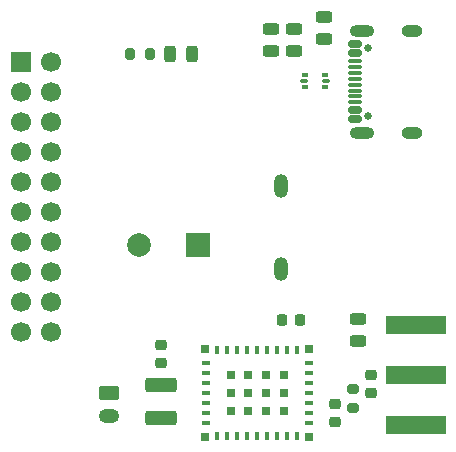
<source format=gbr>
%TF.GenerationSoftware,KiCad,Pcbnew,9.0.0*%
%TF.CreationDate,2025-05-09T11:29:12-04:00*%
%TF.ProjectId,ESP32 Ground Station,45535033-3220-4477-926f-756e64205374,rev?*%
%TF.SameCoordinates,Original*%
%TF.FileFunction,Soldermask,Top*%
%TF.FilePolarity,Negative*%
%FSLAX46Y46*%
G04 Gerber Fmt 4.6, Leading zero omitted, Abs format (unit mm)*
G04 Created by KiCad (PCBNEW 9.0.0) date 2025-05-09 11:29:12*
%MOMM*%
%LPD*%
G01*
G04 APERTURE LIST*
G04 Aperture macros list*
%AMRoundRect*
0 Rectangle with rounded corners*
0 $1 Rounding radius*
0 $2 $3 $4 $5 $6 $7 $8 $9 X,Y pos of 4 corners*
0 Add a 4 corners polygon primitive as box body*
4,1,4,$2,$3,$4,$5,$6,$7,$8,$9,$2,$3,0*
0 Add four circle primitives for the rounded corners*
1,1,$1+$1,$2,$3*
1,1,$1+$1,$4,$5*
1,1,$1+$1,$6,$7*
1,1,$1+$1,$8,$9*
0 Add four rect primitives between the rounded corners*
20,1,$1+$1,$2,$3,$4,$5,0*
20,1,$1+$1,$4,$5,$6,$7,0*
20,1,$1+$1,$6,$7,$8,$9,0*
20,1,$1+$1,$8,$9,$2,$3,0*%
G04 Aperture macros list end*
%ADD10R,0.800000X0.400000*%
%ADD11R,0.800000X0.800000*%
%ADD12R,0.400000X0.800000*%
%ADD13RoundRect,0.243750X0.456250X-0.243750X0.456250X0.243750X-0.456250X0.243750X-0.456250X-0.243750X0*%
%ADD14RoundRect,0.243750X0.243750X0.456250X-0.243750X0.456250X-0.243750X-0.456250X0.243750X-0.456250X0*%
%ADD15RoundRect,0.200000X0.200000X0.275000X-0.200000X0.275000X-0.200000X-0.275000X0.200000X-0.275000X0*%
%ADD16RoundRect,0.225000X-0.250000X0.225000X-0.250000X-0.225000X0.250000X-0.225000X0.250000X0.225000X0*%
%ADD17RoundRect,0.225000X-0.225000X-0.250000X0.225000X-0.250000X0.225000X0.250000X-0.225000X0.250000X0*%
%ADD18RoundRect,0.225000X0.250000X-0.225000X0.250000X0.225000X-0.250000X0.225000X-0.250000X-0.225000X0*%
%ADD19RoundRect,0.250000X-0.625000X0.350000X-0.625000X-0.350000X0.625000X-0.350000X0.625000X0.350000X0*%
%ADD20O,1.750000X1.200000*%
%ADD21R,2.000000X2.000000*%
%ADD22C,2.000000*%
%ADD23C,0.650000*%
%ADD24RoundRect,0.150000X0.425000X-0.150000X0.425000X0.150000X-0.425000X0.150000X-0.425000X-0.150000X0*%
%ADD25RoundRect,0.075000X0.500000X-0.075000X0.500000X0.075000X-0.500000X0.075000X-0.500000X-0.075000X0*%
%ADD26O,2.100000X1.000000*%
%ADD27O,1.800000X1.000000*%
%ADD28R,1.700000X1.700000*%
%ADD29C,1.700000*%
%ADD30O,1.200000X2.000000*%
%ADD31R,5.080000X1.500000*%
%ADD32RoundRect,0.250000X1.075000X-0.375000X1.075000X0.375000X-1.075000X0.375000X-1.075000X-0.375000X0*%
%ADD33RoundRect,0.200000X-0.275000X0.200000X-0.275000X-0.200000X0.275000X-0.200000X0.275000X0.200000X0*%
%ADD34RoundRect,0.093750X0.156250X0.093750X-0.156250X0.093750X-0.156250X-0.093750X0.156250X-0.093750X0*%
%ADD35RoundRect,0.075000X0.250000X0.075000X-0.250000X0.075000X-0.250000X-0.075000X0.250000X-0.075000X0*%
G04 APERTURE END LIST*
D10*
%TO.C,U2*%
X215650000Y-103475000D03*
X215650000Y-104325000D03*
X215650000Y-105175000D03*
X215650000Y-106025000D03*
X215650000Y-106875000D03*
X215650000Y-107725000D03*
X215650000Y-108575000D03*
D11*
X215600000Y-109725000D03*
D12*
X216600000Y-109675000D03*
X217450000Y-109675000D03*
X218300000Y-109675000D03*
X219150000Y-109675000D03*
X220000000Y-109675000D03*
X220850000Y-109675000D03*
X221700000Y-109675000D03*
X222550000Y-109675000D03*
X223400000Y-109675000D03*
D11*
X224350000Y-109725000D03*
D10*
X224350000Y-108575000D03*
X224350000Y-107725000D03*
X224350000Y-106875000D03*
X224350000Y-106025000D03*
X224350000Y-105175000D03*
X224350000Y-104325000D03*
X224350000Y-103475000D03*
D11*
X224400000Y-102325000D03*
D12*
X223400000Y-102375000D03*
X222550000Y-102375000D03*
X221700000Y-102375000D03*
X220850000Y-102375000D03*
X220000000Y-102375000D03*
X219150000Y-102375000D03*
X218300000Y-102375000D03*
X217450000Y-102375000D03*
X216600000Y-102375000D03*
D11*
X215600000Y-102325000D03*
X217750000Y-104525000D03*
X217750000Y-106025000D03*
X217750000Y-107525000D03*
X219250000Y-104525000D03*
X219250000Y-106025000D03*
X219250000Y-107525000D03*
X220750000Y-104525000D03*
X220750000Y-106025000D03*
X220750000Y-107525000D03*
X222250000Y-104525000D03*
X222250000Y-106025000D03*
X222250000Y-107525000D03*
%TD*%
D13*
%TO.C,D7*%
X225625000Y-76062501D03*
X225625000Y-74187499D03*
%TD*%
%TO.C,D1*%
X221175000Y-77062501D03*
X221175000Y-75187499D03*
%TD*%
D14*
%TO.C,D6*%
X214500002Y-77375000D03*
X212625000Y-77375000D03*
%TD*%
D15*
%TO.C,R18*%
X210887501Y-77375000D03*
X209237501Y-77375000D03*
%TD*%
D16*
%TO.C,C6*%
X229625000Y-104475000D03*
X229625000Y-106025000D03*
%TD*%
D17*
%TO.C,C8*%
X222100000Y-99875000D03*
X223650000Y-99875000D03*
%TD*%
D18*
%TO.C,C5*%
X226625000Y-108525000D03*
X226625000Y-106975000D03*
%TD*%
D19*
%TO.C,J2*%
X207450000Y-105999999D03*
D20*
X207450000Y-107999999D03*
%TD*%
D21*
%TO.C,BZ1*%
X215000000Y-93500000D03*
D22*
X210000000Y-93500000D03*
%TD*%
D23*
%TO.C,J3*%
X229395000Y-82570000D03*
X229395000Y-76790000D03*
D24*
X228320000Y-82880000D03*
X228320000Y-82080000D03*
D25*
X228320000Y-80930000D03*
X228320000Y-79930000D03*
X228320000Y-79430000D03*
X228320000Y-78430000D03*
D24*
X228320000Y-77280000D03*
X228320000Y-76480000D03*
X228320000Y-76480000D03*
X228320000Y-77280000D03*
D25*
X228320000Y-77930000D03*
X228320000Y-78930000D03*
X228320000Y-80430000D03*
X228320000Y-81430000D03*
D24*
X228320000Y-82080000D03*
X228320000Y-82880000D03*
D26*
X228895000Y-84000000D03*
D27*
X233075000Y-84000000D03*
D26*
X228895000Y-75360000D03*
D27*
X233075000Y-75360000D03*
%TD*%
D28*
%TO.C,J5*%
X200000000Y-78000000D03*
D29*
X202540000Y-78000000D03*
X200000000Y-80540000D03*
X202540000Y-80540000D03*
X200000000Y-83080000D03*
X202540000Y-83080000D03*
X200000000Y-85620000D03*
X202540000Y-85620000D03*
X200000000Y-88160000D03*
X202540000Y-88160000D03*
X200000000Y-90700000D03*
X202540000Y-90700000D03*
X200000000Y-93240000D03*
X202540000Y-93240000D03*
X200000000Y-95780000D03*
X202540000Y-95780000D03*
X200000000Y-98320000D03*
X202540000Y-98320000D03*
X200000000Y-100860000D03*
X202540000Y-100860000D03*
%TD*%
D13*
%TO.C,D2*%
X223100000Y-77062501D03*
X223100000Y-75187499D03*
%TD*%
D30*
%TO.C,SW1*%
X222000000Y-88500000D03*
X222000000Y-95500000D03*
%TD*%
D31*
%TO.C,J4*%
X233410000Y-104500000D03*
X233410000Y-100250000D03*
X233410000Y-108750000D03*
%TD*%
D32*
%TO.C,L2*%
X211875000Y-108149999D03*
X211875000Y-105350001D03*
%TD*%
D33*
%TO.C,R21*%
X228125000Y-105675000D03*
X228125000Y-107325000D03*
%TD*%
D34*
%TO.C,U4*%
X225725000Y-80162500D03*
D35*
X225800000Y-79625000D03*
D34*
X225725000Y-79087500D03*
X224025000Y-79087500D03*
D35*
X223950000Y-79625000D03*
D34*
X224025000Y-80162500D03*
%TD*%
D16*
%TO.C,C7*%
X211875000Y-101975000D03*
X211875000Y-103525000D03*
%TD*%
D13*
%TO.C,D3*%
X228500000Y-101625000D03*
X228500000Y-99749998D03*
%TD*%
M02*

</source>
